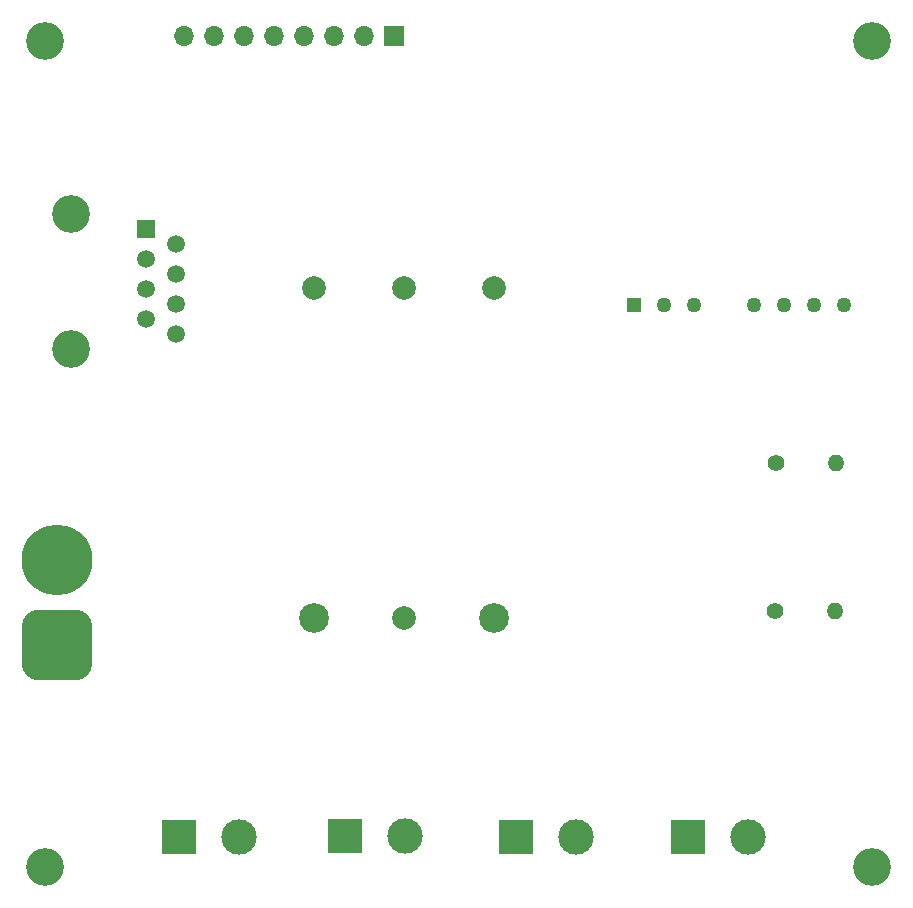
<source format=gbr>
%TF.GenerationSoftware,KiCad,Pcbnew,8.0.1*%
%TF.CreationDate,2024-07-22T19:22:35+02:00*%
%TF.ProjectId,Switch-_and_PowerDistribution-Board,53776974-6368-42d5-9f61-6e645f506f77,rev?*%
%TF.SameCoordinates,Original*%
%TF.FileFunction,Soldermask,Bot*%
%TF.FilePolarity,Negative*%
%FSLAX46Y46*%
G04 Gerber Fmt 4.6, Leading zero omitted, Abs format (unit mm)*
G04 Created by KiCad (PCBNEW 8.0.1) date 2024-07-22 19:22:35*
%MOMM*%
%LPD*%
G01*
G04 APERTURE LIST*
G04 Aperture macros list*
%AMRoundRect*
0 Rectangle with rounded corners*
0 $1 Rounding radius*
0 $2 $3 $4 $5 $6 $7 $8 $9 X,Y pos of 4 corners*
0 Add a 4 corners polygon primitive as box body*
4,1,4,$2,$3,$4,$5,$6,$7,$8,$9,$2,$3,0*
0 Add four circle primitives for the rounded corners*
1,1,$1+$1,$2,$3*
1,1,$1+$1,$4,$5*
1,1,$1+$1,$6,$7*
1,1,$1+$1,$8,$9*
0 Add four rect primitives between the rounded corners*
20,1,$1+$1,$2,$3,$4,$5,0*
20,1,$1+$1,$4,$5,$6,$7,0*
20,1,$1+$1,$6,$7,$8,$9,0*
20,1,$1+$1,$8,$9,$2,$3,0*%
G04 Aperture macros list end*
%ADD10R,1.270000X1.270000*%
%ADD11C,1.270000*%
%ADD12R,3.000000X3.000000*%
%ADD13C,3.000000*%
%ADD14C,1.400000*%
%ADD15O,1.400000X1.400000*%
%ADD16C,3.200000*%
%ADD17R,1.700000X1.700000*%
%ADD18O,1.700000X1.700000*%
%ADD19C,2.006600*%
%ADD20C,2.514600*%
%ADD21R,1.500000X1.500000*%
%ADD22C,1.500000*%
%ADD23RoundRect,1.500000X1.500000X-1.500000X1.500000X1.500000X-1.500000X1.500000X-1.500000X-1.500000X0*%
%ADD24C,6.000000*%
G04 APERTURE END LIST*
D10*
%TO.C,U2*%
X109820000Y-82400000D03*
D11*
X112360000Y-82400000D03*
X114900000Y-82400000D03*
X119980000Y-82400000D03*
X122520000Y-82400000D03*
X125060000Y-82400000D03*
X127600000Y-82400000D03*
%TD*%
D12*
%TO.C,J2*%
X71320000Y-127400000D03*
D13*
X76400000Y-127400000D03*
%TD*%
D14*
%TO.C,R2*%
X121851700Y-95759200D03*
D15*
X126931700Y-95759200D03*
%TD*%
D16*
%TO.C,H1*%
X60000000Y-60000000D03*
%TD*%
D17*
%TO.C,J3*%
X89512500Y-59635800D03*
D18*
X86972500Y-59635800D03*
X84432500Y-59635800D03*
X81892500Y-59635800D03*
X79352500Y-59635800D03*
X76812500Y-59635800D03*
X74272500Y-59635800D03*
X71732500Y-59635800D03*
%TD*%
D19*
%TO.C,U1*%
X98020000Y-80963400D03*
X90400000Y-80963400D03*
X82780000Y-80963400D03*
D20*
X82780000Y-108903400D03*
D19*
X90400000Y-108903400D03*
D20*
X98020000Y-108903400D03*
%TD*%
D12*
%TO.C,J6*%
X114400000Y-127400000D03*
D13*
X119480000Y-127400000D03*
%TD*%
D16*
%TO.C,H3*%
X60000000Y-130000000D03*
%TD*%
%TO.C,H4*%
X130000000Y-130000000D03*
%TD*%
%TO.C,J1*%
X62150000Y-74647500D03*
X62150000Y-86077500D03*
D21*
X68500000Y-75917500D03*
D22*
X71040000Y-77187500D03*
X68500000Y-78457500D03*
X71040000Y-79727500D03*
X68500000Y-80997500D03*
X71040000Y-82267500D03*
X68500000Y-83537500D03*
X71040000Y-84807500D03*
%TD*%
D23*
%TO.C,J7*%
X61000000Y-111200000D03*
D24*
X61000000Y-104000000D03*
%TD*%
D14*
%TO.C,R1*%
X121744200Y-108295000D03*
D15*
X126824200Y-108295000D03*
%TD*%
D12*
%TO.C,J5*%
X85400000Y-127350000D03*
D13*
X90480000Y-127350000D03*
%TD*%
D16*
%TO.C,H2*%
X130000000Y-60000000D03*
%TD*%
D12*
%TO.C,J4*%
X99860000Y-127400000D03*
D13*
X104940000Y-127400000D03*
%TD*%
M02*

</source>
